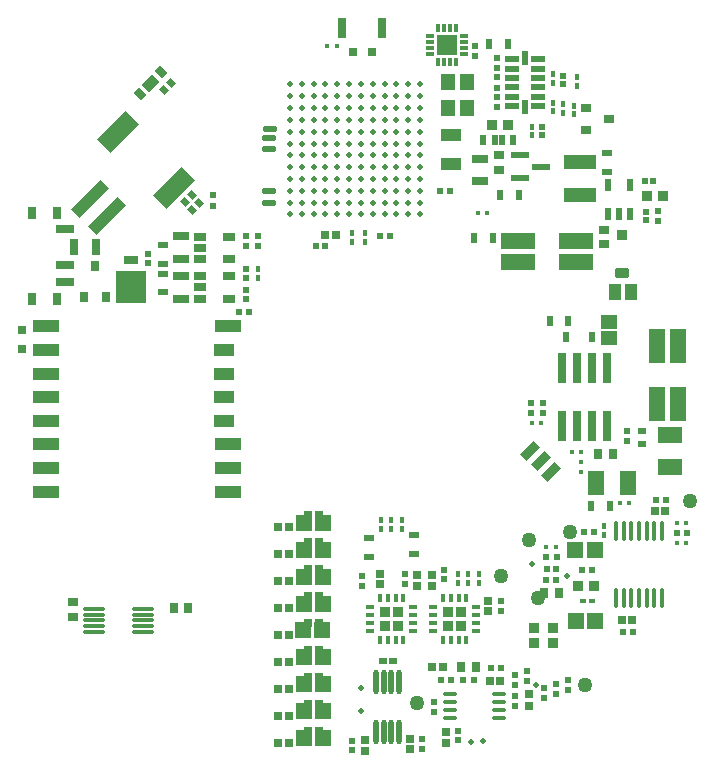
<source format=gtp>
G04 Layer_Color=7318015*
%FSAX24Y24*%
%MOIN*%
G70*
G01*
G75*
%ADD10O,0.0500X0.0200*%
%ADD11R,0.0295X0.0276*%
%ADD12R,0.0295X0.0335*%
%ADD13R,0.0217X0.0217*%
%ADD14R,0.0236X0.0217*%
%ADD15C,0.0500*%
%ADD16O,0.0177X0.0827*%
%ADD17O,0.0532X0.0138*%
%ADD18R,0.0177X0.0197*%
%ADD19R,0.0335X0.0374*%
%ADD20C,0.0200*%
%ADD21O,0.0138X0.0669*%
%ADD22R,0.0256X0.0197*%
%ADD23R,0.0236X0.0213*%
%ADD24R,0.0177X0.0177*%
%ADD25R,0.0177X0.0177*%
%ADD26R,0.0559X0.0839*%
%ADD27R,0.0532X0.0571*%
%ADD28R,0.0220X0.0205*%
%ADD29R,0.0217X0.0236*%
%ADD30R,0.0283X0.0299*%
%ADD31R,0.0213X0.0236*%
%ADD32R,0.0268X0.0252*%
%ADD33R,0.0299X0.0283*%
%ADD34R,0.0252X0.0268*%
%ADD35R,0.0256X0.0236*%
%ADD36R,0.0360X0.0240*%
%ADD40R,0.0354X0.0335*%
%ADD41R,0.0197X0.0177*%
%ADD42R,0.0240X0.0360*%
%ADD43R,0.0354X0.0315*%
%ADD44R,0.0197X0.0217*%
%ADD45R,0.0197X0.0197*%
%ADD46R,0.0335X0.0354*%
%ADD47R,0.0630X0.0236*%
%ADD48R,0.1063X0.0512*%
%ADD49C,0.0197*%
G04:AMPARAMS|DCode=50|XSize=55.1mil|YSize=27.6mil|CornerRadius=2.8mil|HoleSize=0mil|Usage=FLASHONLY|Rotation=90.000|XOffset=0mil|YOffset=0mil|HoleType=Round|Shape=RoundedRectangle|*
%AMROUNDEDRECTD50*
21,1,0.0551,0.0220,0,0,90.0*
21,1,0.0496,0.0276,0,0,90.0*
1,1,0.0055,0.0110,0.0248*
1,1,0.0055,0.0110,-0.0248*
1,1,0.0055,-0.0110,-0.0248*
1,1,0.0055,-0.0110,0.0248*
%
%ADD50ROUNDEDRECTD50*%
%ADD51R,0.0433X0.0256*%
G04:AMPARAMS|DCode=52|XSize=55.1mil|YSize=27.6mil|CornerRadius=2.8mil|HoleSize=0mil|Usage=FLASHONLY|Rotation=180.000|XOffset=0mil|YOffset=0mil|HoleType=Round|Shape=RoundedRectangle|*
%AMROUNDEDRECTD52*
21,1,0.0551,0.0220,0,0,180.0*
21,1,0.0496,0.0276,0,0,180.0*
1,1,0.0055,-0.0248,0.0110*
1,1,0.0055,0.0248,0.0110*
1,1,0.0055,0.0248,-0.0110*
1,1,0.0055,-0.0248,-0.0110*
%
%ADD52ROUNDEDRECTD52*%
%ADD53R,0.0500X0.0300*%
%ADD54R,0.1000X0.1051*%
%ADD55R,0.0276X0.0354*%
G04:AMPARAMS|DCode=56|XSize=23.6mil|YSize=21.3mil|CornerRadius=0mil|HoleSize=0mil|Usage=FLASHONLY|Rotation=315.000|XOffset=0mil|YOffset=0mil|HoleType=Round|Shape=Rectangle|*
%AMROTATEDRECTD56*
4,1,4,-0.0159,0.0008,-0.0008,0.0159,0.0159,-0.0008,0.0008,-0.0159,-0.0159,0.0008,0.0*
%
%ADD56ROTATEDRECTD56*%

G04:AMPARAMS|DCode=57|XSize=24mil|YSize=36mil|CornerRadius=0mil|HoleSize=0mil|Usage=FLASHONLY|Rotation=225.000|XOffset=0mil|YOffset=0mil|HoleType=Round|Shape=Rectangle|*
%AMROTATEDRECTD57*
4,1,4,-0.0042,0.0212,0.0212,-0.0042,0.0042,-0.0212,-0.0212,0.0042,-0.0042,0.0212,0.0*
%
%ADD57ROTATEDRECTD57*%

%ADD58R,0.0451X0.0217*%
%ADD59R,0.0217X0.0451*%
%ADD60R,0.1181X0.0551*%
%ADD61R,0.0335X0.0295*%
G04:AMPARAMS|DCode=62|XSize=35.8mil|YSize=48mil|CornerRadius=9mil|HoleSize=0mil|Usage=FLASHONLY|Rotation=270.000|XOffset=0mil|YOffset=0mil|HoleType=Round|Shape=RoundedRectangle|*
%AMROUNDEDRECTD62*
21,1,0.0358,0.0301,0,0,270.0*
21,1,0.0179,0.0480,0,0,270.0*
1,1,0.0179,-0.0151,-0.0090*
1,1,0.0179,-0.0151,0.0090*
1,1,0.0179,0.0151,0.0090*
1,1,0.0179,0.0151,-0.0090*
%
%ADD62ROUNDEDRECTD62*%
G04:AMPARAMS|DCode=63|XSize=35.8mil|YSize=35mil|CornerRadius=8.8mil|HoleSize=0mil|Usage=FLASHONLY|Rotation=270.000|XOffset=0mil|YOffset=0mil|HoleType=Round|Shape=RoundedRectangle|*
%AMROUNDEDRECTD63*
21,1,0.0358,0.0175,0,0,270.0*
21,1,0.0183,0.0350,0,0,270.0*
1,1,0.0175,-0.0088,-0.0092*
1,1,0.0175,-0.0088,0.0092*
1,1,0.0175,0.0088,0.0092*
1,1,0.0175,0.0088,-0.0092*
%
%ADD63ROUNDEDRECTD63*%
%ADD64R,0.0217X0.0197*%
%ADD65R,0.0236X0.0433*%
%ADD66R,0.0315X0.0394*%
%ADD67R,0.0591X0.0276*%
%ADD68R,0.0276X0.0984*%
%ADD69R,0.0248X0.0327*%
%ADD70R,0.0839X0.0559*%
%ADD71R,0.0551X0.1181*%
%ADD72R,0.0532X0.0453*%
%ADD73R,0.0433X0.0532*%
%ADD74R,0.0709X0.0394*%
%ADD75R,0.0472X0.0551*%
%ADD76R,0.0709X0.0709*%
%ADD77R,0.0118X0.0297*%
%ADD78R,0.0297X0.0118*%
%ADD79R,0.0315X0.0315*%
%ADD80R,0.0315X0.0669*%
%ADD81R,0.0315X0.0315*%
G04:AMPARAMS|DCode=82|XSize=133.9mil|YSize=63mil|CornerRadius=0mil|HoleSize=0mil|Usage=FLASHONLY|Rotation=45.000|XOffset=0mil|YOffset=0mil|HoleType=Round|Shape=Rectangle|*
%AMROTATEDRECTD82*
4,1,4,-0.0251,-0.0696,-0.0696,-0.0251,0.0251,0.0696,0.0696,0.0251,-0.0251,-0.0696,0.0*
%
%ADD82ROTATEDRECTD82*%

G04:AMPARAMS|DCode=83|XSize=40mil|YSize=137.8mil|CornerRadius=0mil|HoleSize=0mil|Usage=FLASHONLY|Rotation=315.000|XOffset=0mil|YOffset=0mil|HoleType=Round|Shape=Rectangle|*
%AMROTATEDRECTD83*
4,1,4,-0.0629,-0.0346,0.0346,0.0629,0.0629,0.0346,-0.0346,-0.0629,-0.0629,-0.0346,0.0*
%
%ADD83ROTATEDRECTD83*%

%ADD84R,0.0866X0.0433*%
%ADD85R,0.0650X0.0433*%
%ADD86O,0.0787X0.0118*%
G04:AMPARAMS|DCode=87|XSize=31.5mil|YSize=63mil|CornerRadius=0mil|HoleSize=0mil|Usage=FLASHONLY|Rotation=315.000|XOffset=0mil|YOffset=0mil|HoleType=Round|Shape=Rectangle|*
%AMROTATEDRECTD87*
4,1,4,-0.0334,-0.0111,0.0111,0.0334,0.0334,0.0111,-0.0111,-0.0334,-0.0334,-0.0111,0.0*
%
%ADD87ROTATEDRECTD87*%

%ADD88R,0.0276X0.0256*%
%ADD146R,0.0315X0.0118*%
%ADD147R,0.0118X0.0315*%
%ADD148R,0.0370X0.0370*%
G04:AMPARAMS|DCode=149|XSize=2mil|YSize=21.7mil|CornerRadius=0mil|HoleSize=0mil|Usage=FLASHONLY|Rotation=90.000|XOffset=0mil|YOffset=0mil|HoleType=Round|Shape=RoundedRectangle|*
%AMROUNDEDRECTD149*
21,1,0.0020,0.0217,0,0,90.0*
21,1,0.0020,0.0217,0,0,90.0*
1,1,0.0000,0.0108,0.0010*
1,1,0.0000,0.0108,-0.0010*
1,1,0.0000,-0.0108,-0.0010*
1,1,0.0000,-0.0108,0.0010*
%
%ADD149ROUNDEDRECTD149*%
G04:AMPARAMS|DCode=150|XSize=2mil|YSize=21.7mil|CornerRadius=0mil|HoleSize=0mil|Usage=FLASHONLY|Rotation=0.000|XOffset=0mil|YOffset=0mil|HoleType=Round|Shape=RoundedRectangle|*
%AMROUNDEDRECTD150*
21,1,0.0020,0.0217,0,0,0.0*
21,1,0.0020,0.0217,0,0,0.0*
1,1,0.0000,0.0010,-0.0108*
1,1,0.0000,-0.0010,-0.0108*
1,1,0.0000,-0.0010,0.0108*
1,1,0.0000,0.0010,0.0108*
%
%ADD150ROUNDEDRECTD150*%
D10*
X026437Y038062D02*
D03*
X026413Y035996D02*
D03*
Y035603D02*
D03*
X026433Y037768D02*
D03*
Y037374D02*
D03*
D11*
X026715Y024778D02*
D03*
X027089D02*
D03*
X026715Y023878D02*
D03*
X027089D02*
D03*
X026715Y022978D02*
D03*
X027089D02*
D03*
X026715Y022078D02*
D03*
X027089D02*
D03*
X026715Y021178D02*
D03*
X027089D02*
D03*
X026715Y020278D02*
D03*
X027089D02*
D03*
X026715Y019378D02*
D03*
X027089D02*
D03*
X026715Y018478D02*
D03*
X027089D02*
D03*
X026715Y017578D02*
D03*
X027089D02*
D03*
X028291Y034528D02*
D03*
X028665D02*
D03*
D12*
X033324Y020128D02*
D03*
X032831D02*
D03*
X037398Y027213D02*
D03*
X037890D02*
D03*
X035582Y022578D02*
D03*
X036074D02*
D03*
X023242Y022078D02*
D03*
X023734D02*
D03*
D13*
X032900Y019678D02*
D03*
X033255D02*
D03*
X036005Y023778D02*
D03*
X035650D02*
D03*
D14*
X032160Y019678D02*
D03*
X032495D02*
D03*
X037248Y024630D02*
D03*
X036913D02*
D03*
X037182Y023351D02*
D03*
X036848D02*
D03*
X035995Y023028D02*
D03*
X035660D02*
D03*
D15*
X031337Y018932D02*
D03*
X036437Y024612D02*
D03*
X035387Y022412D02*
D03*
X035087Y024362D02*
D03*
X036937Y019512D02*
D03*
X040437Y025662D02*
D03*
X034137Y023162D02*
D03*
D16*
X029988Y017940D02*
D03*
X030244D02*
D03*
X030500D02*
D03*
X030756D02*
D03*
X029988Y019613D02*
D03*
X030244D02*
D03*
X030500D02*
D03*
X030756D02*
D03*
D17*
X032442Y019206D02*
D03*
Y018950D02*
D03*
Y018694D02*
D03*
Y018438D02*
D03*
X034076Y019206D02*
D03*
Y018950D02*
D03*
Y018694D02*
D03*
Y018438D02*
D03*
D18*
X037578Y024530D02*
D03*
Y024825D02*
D03*
X030848Y024720D02*
D03*
Y025015D02*
D03*
X030498Y024720D02*
D03*
Y025015D02*
D03*
X030148Y024720D02*
D03*
Y025015D02*
D03*
X032718Y022920D02*
D03*
Y023215D02*
D03*
X033068Y022920D02*
D03*
Y023215D02*
D03*
X033418Y022920D02*
D03*
Y023215D02*
D03*
X035874Y038935D02*
D03*
Y038639D02*
D03*
X036224Y038885D02*
D03*
Y038589D02*
D03*
X036574Y038539D02*
D03*
Y038835D02*
D03*
X036674Y039785D02*
D03*
Y039489D02*
D03*
X035874Y039885D02*
D03*
Y039589D02*
D03*
X035174Y038137D02*
D03*
Y037842D02*
D03*
X026039Y033388D02*
D03*
Y033093D02*
D03*
X029628Y034575D02*
D03*
Y034280D02*
D03*
X029178Y034575D02*
D03*
Y034280D02*
D03*
D19*
X037266Y022835D02*
D03*
X036734D02*
D03*
D20*
X036337Y023162D02*
D03*
X035187Y023562D02*
D03*
X035305Y019531D02*
D03*
X033537Y017662D02*
D03*
X033137Y017612D02*
D03*
X029487Y018662D02*
D03*
Y019412D02*
D03*
D21*
X039518Y024657D02*
D03*
X039262D02*
D03*
X039006D02*
D03*
X038750D02*
D03*
X038494D02*
D03*
X038238D02*
D03*
X037982D02*
D03*
X039518Y022413D02*
D03*
X039262D02*
D03*
X039006D02*
D03*
X038750D02*
D03*
X038494D02*
D03*
X038238D02*
D03*
X037982D02*
D03*
D22*
X038844Y027546D02*
D03*
Y027979D02*
D03*
D23*
X038344Y027974D02*
D03*
Y027651D02*
D03*
X035988Y019540D02*
D03*
Y019218D02*
D03*
X032728Y018000D02*
D03*
Y017678D02*
D03*
X031519Y017719D02*
D03*
Y017396D02*
D03*
X029199Y017671D02*
D03*
Y017349D02*
D03*
X029528Y022835D02*
D03*
Y023158D02*
D03*
X030958Y022896D02*
D03*
Y023219D02*
D03*
X032258Y023046D02*
D03*
Y023369D02*
D03*
X034149Y021996D02*
D03*
Y022319D02*
D03*
X034015Y040407D02*
D03*
Y040085D02*
D03*
Y038785D02*
D03*
Y039107D02*
D03*
X026039Y034162D02*
D03*
Y034485D02*
D03*
X025645D02*
D03*
Y034162D02*
D03*
Y033402D02*
D03*
Y033079D02*
D03*
X033302Y040503D02*
D03*
Y040826D02*
D03*
X035544Y028601D02*
D03*
Y028924D02*
D03*
X035144Y028601D02*
D03*
Y028924D02*
D03*
D24*
X036520Y027278D02*
D03*
X036835D02*
D03*
X035670Y024128D02*
D03*
X035985D02*
D03*
X040020Y024258D02*
D03*
X040335D02*
D03*
X038120Y025578D02*
D03*
X038435D02*
D03*
X033380Y035262D02*
D03*
X033694D02*
D03*
X035187Y028263D02*
D03*
X035502D02*
D03*
X028370Y040828D02*
D03*
X028685D02*
D03*
X040335Y024928D02*
D03*
X040020D02*
D03*
D25*
X036824Y026630D02*
D03*
Y026944D02*
D03*
D26*
X038376Y026263D02*
D03*
X037313D02*
D03*
D27*
X037278Y024008D02*
D03*
X036628D02*
D03*
X036653Y021658D02*
D03*
X037302D02*
D03*
X027578Y024928D02*
D03*
X028227D02*
D03*
X027578Y024028D02*
D03*
X028227D02*
D03*
X027578Y023128D02*
D03*
X028227D02*
D03*
X027578Y022228D02*
D03*
X028227D02*
D03*
X027550Y021355D02*
D03*
X028200D02*
D03*
X027580Y020455D02*
D03*
X028230D02*
D03*
X027580Y019555D02*
D03*
X028230D02*
D03*
X027580Y018655D02*
D03*
X028230D02*
D03*
X027580Y017755D02*
D03*
X028230D02*
D03*
D28*
X035981Y023378D02*
D03*
X035674D02*
D03*
D29*
X035588Y019435D02*
D03*
Y019100D02*
D03*
X036388Y019685D02*
D03*
Y019350D02*
D03*
X035028Y019995D02*
D03*
Y019660D02*
D03*
X034628Y018810D02*
D03*
Y019145D02*
D03*
Y019510D02*
D03*
Y019845D02*
D03*
X031907Y018624D02*
D03*
Y018959D02*
D03*
X039378Y035325D02*
D03*
Y034990D02*
D03*
D30*
X035078Y019220D02*
D03*
Y018835D02*
D03*
D31*
X034139Y020078D02*
D03*
X033816D02*
D03*
X038539Y021278D02*
D03*
X038216D02*
D03*
X025416Y031948D02*
D03*
X025739D02*
D03*
X030439Y034478D02*
D03*
X030116D02*
D03*
X027980Y034146D02*
D03*
X028303D02*
D03*
X032116Y035978D02*
D03*
X032439D02*
D03*
X039316Y025678D02*
D03*
X039639D02*
D03*
X040339Y024578D02*
D03*
X040016D02*
D03*
D32*
X034132Y019672D02*
D03*
X033785D02*
D03*
X038528Y021678D02*
D03*
X038181D02*
D03*
X039281Y025328D02*
D03*
X039628D02*
D03*
D33*
X032228Y020128D02*
D03*
X031842D02*
D03*
D34*
X032328Y017951D02*
D03*
Y017604D02*
D03*
X031106Y017731D02*
D03*
Y017384D02*
D03*
X029612Y017683D02*
D03*
Y017337D02*
D03*
X030108Y022884D02*
D03*
Y023231D02*
D03*
X031358Y022834D02*
D03*
Y023181D02*
D03*
X031858Y022834D02*
D03*
Y023181D02*
D03*
X033736Y021985D02*
D03*
Y022331D02*
D03*
D35*
X030210Y020308D02*
D03*
X030545D02*
D03*
D36*
X029767Y023792D02*
D03*
Y024412D02*
D03*
X031237Y023892D02*
D03*
Y024512D02*
D03*
X022878Y034178D02*
D03*
Y033558D02*
D03*
Y032618D02*
D03*
Y033238D02*
D03*
X037674Y036627D02*
D03*
Y037247D02*
D03*
D40*
X035237Y021418D02*
D03*
Y020906D02*
D03*
X035887Y021418D02*
D03*
Y020906D02*
D03*
D41*
X036880Y022308D02*
D03*
X037175D02*
D03*
D42*
X037788Y025478D02*
D03*
X037168D02*
D03*
X034375Y040896D02*
D03*
X033755D02*
D03*
X033948Y037678D02*
D03*
X034568D02*
D03*
X034178D02*
D03*
X033558D02*
D03*
X034747Y035862D02*
D03*
X034127D02*
D03*
X033268Y034428D02*
D03*
X033888D02*
D03*
X036397Y031662D02*
D03*
X035777D02*
D03*
D43*
X036981Y038761D02*
D03*
Y038013D02*
D03*
X037768Y038387D02*
D03*
D44*
X036224Y039539D02*
D03*
Y039835D02*
D03*
X035524Y038135D02*
D03*
Y037839D02*
D03*
X025645Y032404D02*
D03*
Y032699D02*
D03*
X022378Y033875D02*
D03*
Y033580D02*
D03*
X038978Y035010D02*
D03*
Y035305D02*
D03*
D45*
X034015Y039419D02*
D03*
Y039773D02*
D03*
X024563Y035859D02*
D03*
Y035504D02*
D03*
D46*
X034371Y038196D02*
D03*
X033859D02*
D03*
X039543Y035812D02*
D03*
X039031D02*
D03*
D47*
X034778Y037176D02*
D03*
Y036428D02*
D03*
X035486Y036802D02*
D03*
D48*
X036793Y036955D02*
D03*
Y035853D02*
D03*
D49*
X027122Y035209D02*
D03*
Y035603D02*
D03*
Y035996D02*
D03*
Y036390D02*
D03*
Y036784D02*
D03*
Y037178D02*
D03*
Y037571D02*
D03*
Y037965D02*
D03*
Y038359D02*
D03*
Y038752D02*
D03*
Y039146D02*
D03*
Y039540D02*
D03*
X027515Y035209D02*
D03*
Y035603D02*
D03*
Y035996D02*
D03*
Y036390D02*
D03*
Y036784D02*
D03*
Y037178D02*
D03*
Y037571D02*
D03*
Y037965D02*
D03*
Y038359D02*
D03*
Y038752D02*
D03*
Y039146D02*
D03*
Y039540D02*
D03*
X027909Y035209D02*
D03*
Y035603D02*
D03*
Y035996D02*
D03*
Y036390D02*
D03*
Y036784D02*
D03*
Y037178D02*
D03*
Y037571D02*
D03*
Y037965D02*
D03*
Y038359D02*
D03*
Y038752D02*
D03*
Y039146D02*
D03*
Y039540D02*
D03*
X028303Y035209D02*
D03*
Y035603D02*
D03*
Y035996D02*
D03*
Y036390D02*
D03*
Y036784D02*
D03*
Y037178D02*
D03*
Y037571D02*
D03*
Y037965D02*
D03*
Y038359D02*
D03*
Y038752D02*
D03*
Y039146D02*
D03*
Y039540D02*
D03*
X028696Y035209D02*
D03*
Y035603D02*
D03*
Y035996D02*
D03*
Y036390D02*
D03*
Y036784D02*
D03*
Y037178D02*
D03*
Y037571D02*
D03*
Y037965D02*
D03*
Y038359D02*
D03*
Y038752D02*
D03*
Y039146D02*
D03*
Y039540D02*
D03*
X029090Y035209D02*
D03*
Y035603D02*
D03*
Y035996D02*
D03*
Y036390D02*
D03*
Y036784D02*
D03*
Y037178D02*
D03*
Y037571D02*
D03*
Y037965D02*
D03*
Y038359D02*
D03*
Y038752D02*
D03*
Y039146D02*
D03*
Y039540D02*
D03*
X029484Y035209D02*
D03*
Y035603D02*
D03*
Y035996D02*
D03*
Y036390D02*
D03*
Y036784D02*
D03*
Y037178D02*
D03*
Y037571D02*
D03*
Y037965D02*
D03*
Y038359D02*
D03*
Y038752D02*
D03*
Y039146D02*
D03*
Y039540D02*
D03*
X029878Y035209D02*
D03*
Y035603D02*
D03*
Y035996D02*
D03*
Y036390D02*
D03*
Y036784D02*
D03*
Y037178D02*
D03*
Y037571D02*
D03*
Y037965D02*
D03*
Y038359D02*
D03*
Y038752D02*
D03*
Y039146D02*
D03*
Y039540D02*
D03*
X030271Y035209D02*
D03*
Y035603D02*
D03*
Y035996D02*
D03*
Y036390D02*
D03*
Y036784D02*
D03*
Y037178D02*
D03*
Y037571D02*
D03*
Y037965D02*
D03*
Y038359D02*
D03*
Y038752D02*
D03*
Y039146D02*
D03*
Y039540D02*
D03*
X030665Y035209D02*
D03*
Y035603D02*
D03*
Y035996D02*
D03*
Y036390D02*
D03*
Y036784D02*
D03*
Y037178D02*
D03*
Y037571D02*
D03*
Y037965D02*
D03*
Y038359D02*
D03*
Y038752D02*
D03*
Y039146D02*
D03*
Y039540D02*
D03*
X031059Y035209D02*
D03*
Y035603D02*
D03*
Y035996D02*
D03*
Y036390D02*
D03*
Y036784D02*
D03*
Y037178D02*
D03*
Y037571D02*
D03*
Y037965D02*
D03*
Y038359D02*
D03*
Y038752D02*
D03*
Y039146D02*
D03*
Y039540D02*
D03*
X031452Y035209D02*
D03*
Y035603D02*
D03*
Y035996D02*
D03*
Y036390D02*
D03*
Y036784D02*
D03*
Y037178D02*
D03*
Y037571D02*
D03*
Y037965D02*
D03*
Y038359D02*
D03*
Y038752D02*
D03*
Y039146D02*
D03*
Y039540D02*
D03*
D50*
X020652Y034128D02*
D03*
X019904D02*
D03*
D51*
X024128Y034468D02*
D03*
Y034094D02*
D03*
Y033720D02*
D03*
X025072D02*
D03*
Y034468D02*
D03*
X024128Y033152D02*
D03*
Y032778D02*
D03*
Y032404D02*
D03*
X025072D02*
D03*
Y033152D02*
D03*
D52*
X023478Y034476D02*
D03*
Y033728D02*
D03*
X023478Y033152D02*
D03*
Y032404D02*
D03*
X033458Y036314D02*
D03*
Y037062D02*
D03*
D53*
X021828Y033703D02*
D03*
D54*
Y032778D02*
D03*
D55*
X020628Y033487D02*
D03*
X021002Y032468D02*
D03*
X020254Y032468D02*
D03*
D56*
X022913Y039363D02*
D03*
X023142Y039592D02*
D03*
X023613Y035613D02*
D03*
X023842Y035842D02*
D03*
X024092Y035592D02*
D03*
X023863Y035363D02*
D03*
D57*
X022552Y039672D02*
D03*
X022113Y039233D02*
D03*
X022383Y039503D02*
D03*
X022821Y039941D02*
D03*
D58*
X034518Y038813D02*
D03*
Y039128D02*
D03*
Y039443D02*
D03*
Y039757D02*
D03*
Y040072D02*
D03*
Y040387D02*
D03*
X035382D02*
D03*
Y040072D02*
D03*
Y039757D02*
D03*
Y039443D02*
D03*
Y039128D02*
D03*
Y038813D02*
D03*
D59*
X034950Y040426D02*
D03*
Y038774D02*
D03*
D60*
X036641Y034330D02*
D03*
Y033621D02*
D03*
X034712D02*
D03*
Y034330D02*
D03*
D61*
X034078Y037174D02*
D03*
Y036681D02*
D03*
X037593Y034704D02*
D03*
Y034212D02*
D03*
X019878Y021781D02*
D03*
Y022274D02*
D03*
D62*
X038174Y033246D02*
D03*
D63*
Y034537D02*
D03*
D64*
X039235Y036312D02*
D03*
X038939D02*
D03*
D65*
X037719Y036177D02*
D03*
X038467D02*
D03*
Y035232D02*
D03*
X038093D02*
D03*
X037719D02*
D03*
D66*
X018514Y035265D02*
D03*
X019341D02*
D03*
Y032391D02*
D03*
X018514D02*
D03*
D67*
X019617Y034713D02*
D03*
Y033532D02*
D03*
Y032942D02*
D03*
D68*
X036194Y028163D02*
D03*
X036694D02*
D03*
X037194D02*
D03*
X037694D02*
D03*
X036194Y030093D02*
D03*
X036694D02*
D03*
X037194D02*
D03*
X037694D02*
D03*
D69*
X036305Y031113D02*
D03*
X037183D02*
D03*
D70*
X039794Y026781D02*
D03*
Y027844D02*
D03*
D71*
X039340Y030827D02*
D03*
X040048D02*
D03*
Y028898D02*
D03*
X039340D02*
D03*
D72*
X037744Y031087D02*
D03*
Y031638D02*
D03*
D73*
X037949Y032637D02*
D03*
X038500D02*
D03*
D74*
X032490Y037870D02*
D03*
Y036885D02*
D03*
D75*
X032375Y038744D02*
D03*
X033005D02*
D03*
Y039611D02*
D03*
X032375D02*
D03*
D76*
X032358Y040858D02*
D03*
D77*
X032653Y040296D02*
D03*
X032456D02*
D03*
X032259D02*
D03*
X032062D02*
D03*
Y041420D02*
D03*
X032259D02*
D03*
X032456D02*
D03*
X032653D02*
D03*
D78*
X031796Y040562D02*
D03*
Y040759D02*
D03*
Y040956D02*
D03*
Y041153D02*
D03*
X032920D02*
D03*
Y040956D02*
D03*
Y040759D02*
D03*
Y040562D02*
D03*
D79*
X029843Y040628D02*
D03*
X029213D02*
D03*
D80*
X028858Y041428D02*
D03*
X030197D02*
D03*
D81*
X018178Y030713D02*
D03*
Y031343D02*
D03*
D82*
X023261Y036095D02*
D03*
X021395Y037961D02*
D03*
D83*
X021006Y035149D02*
D03*
X020449Y035706D02*
D03*
D84*
X025041Y025965D02*
D03*
X025041Y026753D02*
D03*
X025041Y027540D02*
D03*
X025041Y031477D02*
D03*
X018978D02*
D03*
Y030690D02*
D03*
X018978Y029902D02*
D03*
Y029115D02*
D03*
X018978Y028328D02*
D03*
X018978Y027540D02*
D03*
X018978Y026753D02*
D03*
Y025965D02*
D03*
D85*
X024935Y028328D02*
D03*
Y029115D02*
D03*
X024935Y029902D02*
D03*
X024935Y030690D02*
D03*
D86*
X020573Y022069D02*
D03*
Y021872D02*
D03*
Y021675D02*
D03*
Y021478D02*
D03*
Y021281D02*
D03*
X022227Y022069D02*
D03*
Y021872D02*
D03*
Y021675D02*
D03*
Y021478D02*
D03*
Y021281D02*
D03*
D87*
X035828Y026628D02*
D03*
X035132Y027324D02*
D03*
X035480Y026976D02*
D03*
D88*
X027715Y024278D02*
D03*
X028089D02*
D03*
X027715Y023378D02*
D03*
X028089D02*
D03*
X027715Y022478D02*
D03*
X028089D02*
D03*
X027715Y021578D02*
D03*
X028089D02*
D03*
X027715Y020678D02*
D03*
X028089D02*
D03*
X027715Y019778D02*
D03*
X028089D02*
D03*
X027715Y018878D02*
D03*
X028089D02*
D03*
X027715Y017978D02*
D03*
X028089D02*
D03*
X027715Y025178D02*
D03*
X028089D02*
D03*
D146*
X033317Y022106D02*
D03*
Y021850D02*
D03*
Y021594D02*
D03*
Y021338D02*
D03*
X031900Y021338D02*
D03*
Y021594D02*
D03*
Y021850D02*
D03*
Y022106D02*
D03*
X031217Y022106D02*
D03*
Y021850D02*
D03*
Y021594D02*
D03*
Y021338D02*
D03*
X029800Y021338D02*
D03*
Y021594D02*
D03*
Y021850D02*
D03*
Y022106D02*
D03*
D147*
X032993Y021013D02*
D03*
X032737D02*
D03*
X032481D02*
D03*
X032225D02*
D03*
X032225Y022431D02*
D03*
X032481D02*
D03*
X032737D02*
D03*
X032993D02*
D03*
X030893Y021013D02*
D03*
X030637D02*
D03*
X030381D02*
D03*
X030125D02*
D03*
X030125Y022431D02*
D03*
X030381D02*
D03*
X030637D02*
D03*
X030893D02*
D03*
D148*
X032835Y021948D02*
D03*
Y021496D02*
D03*
X032382D02*
D03*
Y021939D02*
D03*
X030735Y021948D02*
D03*
Y021496D02*
D03*
X030282D02*
D03*
Y021939D02*
D03*
D149*
X031900Y022106D02*
D03*
Y021850D02*
D03*
Y021594D02*
D03*
Y021338D02*
D03*
X033317D02*
D03*
Y021594D02*
D03*
Y021850D02*
D03*
Y022106D02*
D03*
X029800D02*
D03*
Y021850D02*
D03*
Y021594D02*
D03*
Y021338D02*
D03*
X031217D02*
D03*
Y021594D02*
D03*
Y021850D02*
D03*
Y022106D02*
D03*
D150*
X032225Y021013D02*
D03*
X032481D02*
D03*
X032737D02*
D03*
X032993D02*
D03*
Y022431D02*
D03*
X032737D02*
D03*
X032481D02*
D03*
X032225D02*
D03*
X030125Y021013D02*
D03*
X030381D02*
D03*
X030637D02*
D03*
X030893D02*
D03*
Y022431D02*
D03*
X030637D02*
D03*
X030381D02*
D03*
X030125D02*
D03*
M02*

</source>
